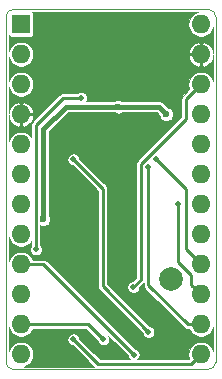
<source format=gbr>
%TF.GenerationSoftware,KiCad,Pcbnew,5.1.5+dfsg1-2~bpo10+1*%
%TF.CreationDate,Date%
%TF.ProjectId,ProMicro_LOG,50726f4d-6963-4726-9f5f-4c4f472e6b69,v1.0*%
%TF.SameCoordinates,Original*%
%TF.FileFunction,Copper,L2,Bot*%
%TF.FilePolarity,Positive*%
%FSLAX45Y45*%
G04 Gerber Fmt 4.5, Leading zero omitted, Abs format (unit mm)*
G04 Created by KiCad*
%MOMM*%
%LPD*%
G04 APERTURE LIST*
%ADD10C,0.100000*%
%ADD11O,1.600000X1.600000*%
%ADD12R,1.600000X1.600000*%
%ADD13C,2.000000*%
%ADD14C,0.500000*%
%ADD15C,0.600000*%
%ADD16C,0.400000*%
%ADD17C,0.250000*%
%ADD18C,0.125000*%
%ADD19C,0.200000*%
%ADD20C,0.300000*%
%ADD21C,0.350000*%
G04 APERTURE END LIST*
D10*
X-1587500Y2921000D02*
G75*
G03X-1651000Y2857500I0J-63500D01*
G01*
X127000Y2857500D02*
G75*
G03X63500Y2921000I-63500J0D01*
G01*
X63500Y-127000D02*
G75*
G03X127000Y-63500I0J63500D01*
G01*
X-1651000Y-63500D02*
G75*
G03X-1587500Y-127000I63500J0D01*
G01*
X-1651000Y2857500D02*
X-1651000Y-63500D01*
X63500Y2921000D02*
X-1587500Y2921000D01*
X127000Y-63500D02*
X127000Y2857500D01*
X-1587500Y-127000D02*
X63500Y-127000D01*
D11*
X0Y2794000D03*
X0Y2540000D03*
X0Y2286000D03*
X-1524000Y0D03*
X0Y2032000D03*
X-1524000Y254000D03*
X0Y1778000D03*
X-1524000Y508000D03*
X0Y1524000D03*
X-1524000Y762000D03*
X0Y1270000D03*
X-1524000Y1016000D03*
X0Y1016000D03*
X-1524000Y1270000D03*
X0Y762000D03*
X-1524000Y1524000D03*
X0Y508000D03*
X-1524000Y1778000D03*
X0Y254000D03*
X-1524000Y2032000D03*
X0Y0D03*
X-1524000Y2286000D03*
X-1524000Y2540000D03*
D12*
X-1524000Y2794000D03*
D13*
X-254000Y635000D03*
D14*
X-520700Y2197100D03*
X-952500Y1397000D03*
X-889000Y1079500D03*
X-762000Y711200D03*
X-355600Y254000D03*
X-1206500Y1841500D03*
X-1079500Y1968500D03*
X-635000Y1079500D03*
X-190500Y63500D03*
X-762000Y1524000D03*
X-1016000Y736600D03*
X-1016000Y1016000D03*
X-533400Y114300D03*
X-1244600Y1219200D03*
X-1244600Y1435100D03*
X-520700Y1968500D03*
X-1079500Y0D03*
X-1079500Y1397000D03*
D15*
X-698500Y2095500D03*
X-1333500Y1143000D03*
X-292100Y2032000D03*
D14*
X-571500Y569999D03*
X-381000Y1651000D03*
X-190500Y1270000D03*
X-444500Y1587500D03*
X-1079500Y127000D03*
X-1079500Y1651000D03*
X-444502Y190502D03*
X-1397000Y889000D03*
X-1016000Y2171700D03*
X-570000Y-1500D03*
X-825500Y127000D03*
D16*
X-740926Y2095500D02*
X-698500Y2095500D01*
X-1333500Y1905000D02*
X-1143000Y2095500D01*
X-1143000Y2095500D02*
X-740926Y2095500D01*
X-1333500Y1143000D02*
X-1333500Y1905000D01*
X-355600Y2095500D02*
X-322100Y2062000D01*
X-698500Y2095500D02*
X-355600Y2095500D01*
X-322100Y2062000D02*
X-292100Y2032000D01*
D17*
X-508000Y633499D02*
X-571500Y569999D01*
X-127000Y1993900D02*
X-508000Y1612900D01*
X-508000Y1612900D02*
X-508000Y633499D01*
X0Y2286000D02*
X-127000Y2159000D01*
X-127000Y2159000D02*
X-127000Y1993900D01*
X0Y762000D02*
X-127000Y889000D01*
X-356000Y1626000D02*
X-381000Y1651000D01*
X-127000Y889000D02*
X-127000Y1397000D01*
X-127000Y1397000D02*
X-356000Y1626000D01*
X-80000Y588000D02*
X-80000Y675500D01*
X-190500Y1234645D02*
X-190500Y1270000D01*
X-190500Y786000D02*
X-190500Y1234645D01*
X0Y508000D02*
X-80000Y588000D01*
X-80000Y675500D02*
X-190500Y786000D01*
X-444500Y585363D02*
X-444500Y1552145D01*
X-113137Y254000D02*
X-444500Y585363D01*
X0Y254000D02*
X-113137Y254000D01*
X-444500Y1552145D02*
X-444500Y1587500D01*
X0Y0D02*
X-80000Y-80000D01*
X-1054500Y102000D02*
X-1079500Y127000D01*
X-80000Y-80000D02*
X-872500Y-80000D01*
X-872500Y-80000D02*
X-1054500Y102000D01*
X-889000Y1460500D02*
X-1079500Y1651000D01*
X-831500Y1403000D02*
X-889000Y1460500D01*
X-831500Y577500D02*
X-831500Y1403000D01*
X-444502Y190502D02*
X-831500Y577500D01*
X-1397000Y889000D02*
X-1397000Y1930400D01*
X-1397000Y1930400D02*
X-1397000Y1943100D01*
X-1397000Y1943100D02*
X-1168400Y2171700D01*
X-1168400Y2171700D02*
X-1016000Y2171700D01*
X-1333500Y762000D02*
X-570000Y-1500D01*
X-1524000Y762000D02*
X-1333500Y762000D01*
X-952500Y254000D02*
X-825500Y127000D01*
X-1524000Y254000D02*
X-952500Y254000D01*
D18*
G36*
X-1626167Y223008D02*
G01*
X-1618157Y203672D01*
X-1606530Y186270D01*
X-1591730Y171470D01*
X-1574328Y159843D01*
X-1554992Y151833D01*
X-1534465Y147750D01*
X-1513535Y147750D01*
X-1493008Y151833D01*
X-1473672Y159843D01*
X-1456270Y171470D01*
X-1441470Y186270D01*
X-1429842Y203672D01*
X-1425047Y215250D01*
X-968551Y215250D01*
X-876750Y123449D01*
X-876750Y121952D01*
X-874780Y112051D01*
X-870917Y102724D01*
X-865308Y94330D01*
X-858170Y87192D01*
X-849776Y81583D01*
X-840449Y77720D01*
X-830548Y75750D01*
X-820452Y75750D01*
X-810551Y77720D01*
X-801224Y81583D01*
X-792830Y87192D01*
X-785691Y94330D01*
X-780083Y102724D01*
X-776219Y112051D01*
X-774250Y121952D01*
X-774250Y132048D01*
X-776219Y141949D01*
X-780083Y151276D01*
X-785129Y158828D01*
X-621250Y-5051D01*
X-621250Y-6548D01*
X-619281Y-16449D01*
X-615417Y-25776D01*
X-609809Y-34170D01*
X-602729Y-41250D01*
X-856449Y-41250D01*
X-1028250Y130551D01*
X-1028250Y132048D01*
X-1030219Y141949D01*
X-1034083Y151276D01*
X-1039691Y159670D01*
X-1046830Y166809D01*
X-1055224Y172417D01*
X-1064551Y176280D01*
X-1074452Y178250D01*
X-1084548Y178250D01*
X-1094449Y176280D01*
X-1103776Y172417D01*
X-1112170Y166809D01*
X-1119309Y159670D01*
X-1124917Y151276D01*
X-1128781Y141949D01*
X-1130750Y132048D01*
X-1130750Y121952D01*
X-1128781Y112051D01*
X-1124917Y102724D01*
X-1119309Y94330D01*
X-1112170Y87192D01*
X-1103776Y81583D01*
X-1094449Y77720D01*
X-1084548Y75750D01*
X-1083051Y75750D01*
X-904051Y-103250D01*
X-1498453Y-103250D01*
X-1493008Y-102167D01*
X-1473672Y-94157D01*
X-1456270Y-82530D01*
X-1441470Y-67730D01*
X-1429842Y-50328D01*
X-1421833Y-30992D01*
X-1417750Y-10465D01*
X-1417750Y10465D01*
X-1421833Y30992D01*
X-1429842Y50328D01*
X-1441470Y67730D01*
X-1456270Y82530D01*
X-1473672Y94157D01*
X-1493008Y102167D01*
X-1513535Y106250D01*
X-1534465Y106250D01*
X-1554992Y102167D01*
X-1574328Y94157D01*
X-1591730Y82530D01*
X-1606530Y67730D01*
X-1618157Y50328D01*
X-1626167Y30992D01*
X-1627250Y25547D01*
X-1627250Y228453D01*
X-1626167Y223008D01*
G37*
X-1626167Y223008D02*
X-1618157Y203672D01*
X-1606530Y186270D01*
X-1591730Y171470D01*
X-1574328Y159843D01*
X-1554992Y151833D01*
X-1534465Y147750D01*
X-1513535Y147750D01*
X-1493008Y151833D01*
X-1473672Y159843D01*
X-1456270Y171470D01*
X-1441470Y186270D01*
X-1429842Y203672D01*
X-1425047Y215250D01*
X-968551Y215250D01*
X-876750Y123449D01*
X-876750Y121952D01*
X-874780Y112051D01*
X-870917Y102724D01*
X-865308Y94330D01*
X-858170Y87192D01*
X-849776Y81583D01*
X-840449Y77720D01*
X-830548Y75750D01*
X-820452Y75750D01*
X-810551Y77720D01*
X-801224Y81583D01*
X-792830Y87192D01*
X-785691Y94330D01*
X-780083Y102724D01*
X-776219Y112051D01*
X-774250Y121952D01*
X-774250Y132048D01*
X-776219Y141949D01*
X-780083Y151276D01*
X-785129Y158828D01*
X-621250Y-5051D01*
X-621250Y-6548D01*
X-619281Y-16449D01*
X-615417Y-25776D01*
X-609809Y-34170D01*
X-602729Y-41250D01*
X-856449Y-41250D01*
X-1028250Y130551D01*
X-1028250Y132048D01*
X-1030219Y141949D01*
X-1034083Y151276D01*
X-1039691Y159670D01*
X-1046830Y166809D01*
X-1055224Y172417D01*
X-1064551Y176280D01*
X-1074452Y178250D01*
X-1084548Y178250D01*
X-1094449Y176280D01*
X-1103776Y172417D01*
X-1112170Y166809D01*
X-1119309Y159670D01*
X-1124917Y151276D01*
X-1128781Y141949D01*
X-1130750Y132048D01*
X-1130750Y121952D01*
X-1128781Y112051D01*
X-1124917Y102724D01*
X-1119309Y94330D01*
X-1112170Y87192D01*
X-1103776Y81583D01*
X-1094449Y77720D01*
X-1084548Y75750D01*
X-1083051Y75750D01*
X-904051Y-103250D01*
X-1498453Y-103250D01*
X-1493008Y-102167D01*
X-1473672Y-94157D01*
X-1456270Y-82530D01*
X-1441470Y-67730D01*
X-1429842Y-50328D01*
X-1421833Y-30992D01*
X-1417750Y-10465D01*
X-1417750Y10465D01*
X-1421833Y30992D01*
X-1429842Y50328D01*
X-1441470Y67730D01*
X-1456270Y82530D01*
X-1473672Y94157D01*
X-1493008Y102167D01*
X-1513535Y106250D01*
X-1534465Y106250D01*
X-1554992Y102167D01*
X-1574328Y94157D01*
X-1591730Y82530D01*
X-1606530Y67730D01*
X-1618157Y50328D01*
X-1626167Y30992D01*
X-1627250Y25547D01*
X-1627250Y228453D01*
X-1626167Y223008D01*
G36*
X-30992Y2896167D02*
G01*
X-50328Y2888157D01*
X-67730Y2876530D01*
X-82530Y2861730D01*
X-94157Y2844328D01*
X-102167Y2824992D01*
X-106250Y2804465D01*
X-106250Y2783535D01*
X-102167Y2763008D01*
X-94157Y2743672D01*
X-82530Y2726270D01*
X-67730Y2711470D01*
X-50328Y2699843D01*
X-30992Y2691833D01*
X-10465Y2687750D01*
X10465Y2687750D01*
X30992Y2691833D01*
X50328Y2699843D01*
X67730Y2711470D01*
X82530Y2726270D01*
X94157Y2743672D01*
X102167Y2763008D01*
X103250Y2768454D01*
X103250Y2548750D01*
X99303Y2548750D01*
X103217Y2565207D01*
X99826Y2576385D01*
X90810Y2595161D01*
X78303Y2611818D01*
X62788Y2625714D01*
X44859Y2636316D01*
X25207Y2643217D01*
X8750Y2639327D01*
X8750Y2548750D01*
X10750Y2548750D01*
X10750Y2531250D01*
X8750Y2531250D01*
X8750Y2440673D01*
X25207Y2436783D01*
X44859Y2443684D01*
X62788Y2454286D01*
X78303Y2468182D01*
X90810Y2484839D01*
X99826Y2503615D01*
X103217Y2514793D01*
X99303Y2531250D01*
X103250Y2531250D01*
X103250Y2311546D01*
X102167Y2316992D01*
X94157Y2336328D01*
X82530Y2353730D01*
X67730Y2368530D01*
X50328Y2380158D01*
X30992Y2388167D01*
X10465Y2392250D01*
X-10465Y2392250D01*
X-30992Y2388167D01*
X-50328Y2380158D01*
X-67730Y2368530D01*
X-82530Y2353730D01*
X-94157Y2336328D01*
X-102167Y2316992D01*
X-106250Y2296465D01*
X-106250Y2275535D01*
X-102167Y2255008D01*
X-97371Y2243430D01*
X-153055Y2187746D01*
X-154533Y2186533D01*
X-159375Y2180632D01*
X-162974Y2173901D01*
X-164517Y2168812D01*
X-165189Y2166596D01*
X-165937Y2159000D01*
X-165750Y2157097D01*
X-165750Y2009951D01*
X-534055Y1641646D01*
X-535533Y1640433D01*
X-540375Y1634532D01*
X-543974Y1627801D01*
X-545286Y1623473D01*
X-546189Y1620496D01*
X-546937Y1612900D01*
X-546750Y1610997D01*
X-546750Y649550D01*
X-575051Y621249D01*
X-576548Y621249D01*
X-586449Y619280D01*
X-595776Y615416D01*
X-604170Y609808D01*
X-611309Y602669D01*
X-616917Y594275D01*
X-620781Y584948D01*
X-622750Y575047D01*
X-622750Y564951D01*
X-620781Y555050D01*
X-616917Y545723D01*
X-611309Y537329D01*
X-604170Y530191D01*
X-595776Y524582D01*
X-586449Y520718D01*
X-576548Y518749D01*
X-566452Y518749D01*
X-556551Y520718D01*
X-547224Y524582D01*
X-538830Y530191D01*
X-531692Y537329D01*
X-526083Y545723D01*
X-522219Y555050D01*
X-520250Y564951D01*
X-520250Y566448D01*
X-483250Y603448D01*
X-483250Y587266D01*
X-483437Y585363D01*
X-482689Y577767D01*
X-482071Y575730D01*
X-480473Y570462D01*
X-476875Y563731D01*
X-472033Y557830D01*
X-470554Y556617D01*
X-141883Y227945D01*
X-140670Y226467D01*
X-134770Y221625D01*
X-128038Y218026D01*
X-123194Y216557D01*
X-120733Y215811D01*
X-119956Y215734D01*
X-115040Y215250D01*
X-115039Y215250D01*
X-113137Y215063D01*
X-111235Y215250D01*
X-98953Y215250D01*
X-94157Y203672D01*
X-82530Y186270D01*
X-67730Y171470D01*
X-50328Y159843D01*
X-30992Y151833D01*
X-10465Y147750D01*
X10465Y147750D01*
X30992Y151833D01*
X50328Y159843D01*
X67730Y171470D01*
X82530Y186270D01*
X94157Y203672D01*
X102167Y223008D01*
X103250Y228453D01*
X103250Y25547D01*
X102167Y30992D01*
X94157Y50328D01*
X82530Y67730D01*
X67730Y82530D01*
X50328Y94157D01*
X30992Y102167D01*
X10465Y106250D01*
X-10465Y106250D01*
X-30992Y102167D01*
X-50328Y94157D01*
X-67730Y82530D01*
X-82530Y67730D01*
X-94157Y50328D01*
X-102167Y30992D01*
X-106250Y10465D01*
X-106250Y-10465D01*
X-102167Y-30992D01*
X-97918Y-41250D01*
X-537271Y-41250D01*
X-530192Y-34170D01*
X-524583Y-25776D01*
X-520719Y-16449D01*
X-518750Y-6548D01*
X-518750Y3548D01*
X-520719Y13449D01*
X-524583Y22776D01*
X-530192Y31170D01*
X-537330Y38309D01*
X-545724Y43917D01*
X-555051Y47780D01*
X-564952Y49750D01*
X-566449Y49750D01*
X-1304754Y788054D01*
X-1305967Y789533D01*
X-1311868Y794375D01*
X-1318599Y797973D01*
X-1325904Y800189D01*
X-1331597Y800750D01*
X-1333500Y800937D01*
X-1335403Y800750D01*
X-1425047Y800750D01*
X-1429842Y812328D01*
X-1441470Y829730D01*
X-1456270Y844530D01*
X-1473672Y856157D01*
X-1493008Y864167D01*
X-1513535Y868250D01*
X-1534465Y868250D01*
X-1554992Y864167D01*
X-1574328Y856157D01*
X-1591730Y844530D01*
X-1606530Y829730D01*
X-1618157Y812328D01*
X-1626167Y792992D01*
X-1627250Y787547D01*
X-1627250Y990453D01*
X-1626167Y985008D01*
X-1618157Y965672D01*
X-1606530Y948270D01*
X-1591730Y933470D01*
X-1574328Y921842D01*
X-1554992Y913833D01*
X-1534465Y909750D01*
X-1513535Y909750D01*
X-1493008Y913833D01*
X-1473672Y921842D01*
X-1456270Y933470D01*
X-1441470Y948270D01*
X-1435750Y956831D01*
X-1435750Y922728D01*
X-1436808Y921670D01*
X-1442417Y913276D01*
X-1446280Y903949D01*
X-1448250Y894048D01*
X-1448250Y883952D01*
X-1446280Y874051D01*
X-1442417Y864724D01*
X-1436808Y856330D01*
X-1429670Y849191D01*
X-1421276Y843583D01*
X-1411949Y839719D01*
X-1402048Y837750D01*
X-1391952Y837750D01*
X-1382051Y839719D01*
X-1372724Y843583D01*
X-1364330Y849191D01*
X-1357192Y856330D01*
X-1351583Y864724D01*
X-1347720Y874051D01*
X-1345750Y883952D01*
X-1345750Y894048D01*
X-1347720Y903949D01*
X-1351583Y913276D01*
X-1357192Y921670D01*
X-1358250Y922728D01*
X-1358250Y1092367D01*
X-1349908Y1088912D01*
X-1339040Y1086750D01*
X-1327960Y1086750D01*
X-1317093Y1088912D01*
X-1306856Y1093152D01*
X-1297643Y1099308D01*
X-1289808Y1107143D01*
X-1283652Y1116356D01*
X-1279412Y1126593D01*
X-1277250Y1137460D01*
X-1277250Y1148540D01*
X-1279412Y1159408D01*
X-1283652Y1169644D01*
X-1287250Y1175029D01*
X-1287250Y1656048D01*
X-1130750Y1656048D01*
X-1130750Y1645952D01*
X-1128781Y1636051D01*
X-1124917Y1626724D01*
X-1119309Y1618330D01*
X-1112170Y1611191D01*
X-1103776Y1605583D01*
X-1094449Y1601719D01*
X-1084548Y1599750D01*
X-1083051Y1599750D01*
X-915055Y1431754D01*
X-915055Y1431754D01*
X-870250Y1386949D01*
X-870250Y579403D01*
X-870437Y577500D01*
X-869744Y570462D01*
X-869689Y569904D01*
X-867473Y562599D01*
X-863875Y555868D01*
X-859033Y549967D01*
X-857554Y548754D01*
X-495752Y186951D01*
X-495752Y185454D01*
X-493782Y175553D01*
X-489919Y166226D01*
X-484310Y157832D01*
X-477172Y150694D01*
X-468778Y145085D01*
X-459451Y141222D01*
X-449550Y139252D01*
X-439454Y139252D01*
X-429553Y141222D01*
X-420226Y145085D01*
X-411832Y150694D01*
X-404693Y157832D01*
X-399085Y166226D01*
X-395221Y175553D01*
X-393252Y185454D01*
X-393252Y195550D01*
X-395221Y205451D01*
X-399085Y214778D01*
X-404693Y223172D01*
X-411832Y230310D01*
X-420226Y235919D01*
X-429553Y239782D01*
X-439454Y241752D01*
X-440951Y241752D01*
X-792750Y593551D01*
X-792750Y1401098D01*
X-792563Y1403000D01*
X-792750Y1404902D01*
X-792750Y1404902D01*
X-793311Y1410596D01*
X-795526Y1417901D01*
X-799125Y1424632D01*
X-803967Y1430533D01*
X-805445Y1431746D01*
X-860254Y1486555D01*
X-860254Y1486555D01*
X-1028250Y1654551D01*
X-1028250Y1656048D01*
X-1030219Y1665949D01*
X-1034083Y1675276D01*
X-1039691Y1683670D01*
X-1046830Y1690808D01*
X-1055224Y1696417D01*
X-1064551Y1700280D01*
X-1074452Y1702250D01*
X-1084548Y1702250D01*
X-1094449Y1700280D01*
X-1103776Y1696417D01*
X-1112170Y1690808D01*
X-1119309Y1683670D01*
X-1124917Y1675276D01*
X-1128781Y1665949D01*
X-1130750Y1656048D01*
X-1287250Y1656048D01*
X-1287250Y1885843D01*
X-1123843Y2049250D01*
X-730529Y2049250D01*
X-725144Y2045652D01*
X-714907Y2041412D01*
X-704040Y2039250D01*
X-692960Y2039250D01*
X-682093Y2041412D01*
X-671856Y2045652D01*
X-666471Y2049250D01*
X-374757Y2049250D01*
X-353198Y2027690D01*
X-353197Y2027690D01*
X-347452Y2021945D01*
X-346188Y2015592D01*
X-341948Y2005356D01*
X-335792Y1996143D01*
X-327957Y1988308D01*
X-318744Y1982152D01*
X-308508Y1977912D01*
X-297640Y1975750D01*
X-286560Y1975750D01*
X-275693Y1977912D01*
X-265456Y1982152D01*
X-256243Y1988308D01*
X-248408Y1996143D01*
X-242252Y2005356D01*
X-238012Y2015592D01*
X-235850Y2026460D01*
X-235850Y2037540D01*
X-238012Y2048407D01*
X-242252Y2058644D01*
X-248408Y2067857D01*
X-256243Y2075692D01*
X-265456Y2081848D01*
X-275693Y2086088D01*
X-282045Y2087352D01*
X-287790Y2093097D01*
X-287790Y2093098D01*
X-321290Y2126597D01*
X-322738Y2128362D01*
X-329781Y2134142D01*
X-337815Y2138436D01*
X-346533Y2141081D01*
X-353329Y2141750D01*
X-355600Y2141974D01*
X-357871Y2141750D01*
X-666471Y2141750D01*
X-671856Y2145348D01*
X-682093Y2149588D01*
X-692960Y2151750D01*
X-704040Y2151750D01*
X-714907Y2149588D01*
X-725144Y2145348D01*
X-730529Y2141750D01*
X-974374Y2141750D01*
X-970583Y2147424D01*
X-966719Y2156751D01*
X-964750Y2166652D01*
X-964750Y2176748D01*
X-966719Y2186649D01*
X-970583Y2195976D01*
X-976191Y2204370D01*
X-983330Y2211509D01*
X-991724Y2217117D01*
X-1001051Y2220981D01*
X-1010952Y2222950D01*
X-1021048Y2222950D01*
X-1030949Y2220981D01*
X-1040276Y2217117D01*
X-1048670Y2211509D01*
X-1049729Y2210450D01*
X-1166498Y2210450D01*
X-1168400Y2210637D01*
X-1170302Y2210450D01*
X-1170303Y2210450D01*
X-1175219Y2209966D01*
X-1175996Y2209889D01*
X-1178212Y2209217D01*
X-1183301Y2207674D01*
X-1190033Y2204075D01*
X-1195933Y2199233D01*
X-1197146Y2197755D01*
X-1423055Y1971846D01*
X-1424533Y1970633D01*
X-1429375Y1964732D01*
X-1432973Y1958001D01*
X-1434784Y1952032D01*
X-1435189Y1950696D01*
X-1435937Y1943100D01*
X-1435750Y1941197D01*
X-1435750Y1928497D01*
X-1435750Y1928496D01*
X-1435750Y1837169D01*
X-1441470Y1845730D01*
X-1456270Y1860530D01*
X-1473672Y1872157D01*
X-1493008Y1880167D01*
X-1513535Y1884250D01*
X-1534465Y1884250D01*
X-1554992Y1880167D01*
X-1574328Y1872157D01*
X-1591730Y1860530D01*
X-1606530Y1845730D01*
X-1618157Y1828328D01*
X-1626167Y1808992D01*
X-1627250Y1803547D01*
X-1627250Y2023250D01*
X-1623303Y2023250D01*
X-1627217Y2006793D01*
X-1623826Y1995615D01*
X-1614810Y1976839D01*
X-1602303Y1960182D01*
X-1586788Y1946286D01*
X-1568859Y1935684D01*
X-1549207Y1928783D01*
X-1532750Y1932673D01*
X-1532750Y2023250D01*
X-1515250Y2023250D01*
X-1515250Y1932673D01*
X-1498793Y1928783D01*
X-1479141Y1935684D01*
X-1461212Y1946286D01*
X-1445697Y1960182D01*
X-1433190Y1976839D01*
X-1424174Y1995615D01*
X-1420783Y2006793D01*
X-1424697Y2023250D01*
X-1515250Y2023250D01*
X-1532750Y2023250D01*
X-1534750Y2023250D01*
X-1534750Y2040750D01*
X-1532750Y2040750D01*
X-1532750Y2131327D01*
X-1515250Y2131327D01*
X-1515250Y2040750D01*
X-1424697Y2040750D01*
X-1420783Y2057207D01*
X-1424174Y2068385D01*
X-1433190Y2087161D01*
X-1445697Y2103818D01*
X-1461212Y2117714D01*
X-1479141Y2128316D01*
X-1498793Y2135217D01*
X-1515250Y2131327D01*
X-1532750Y2131327D01*
X-1549207Y2135217D01*
X-1568859Y2128316D01*
X-1586788Y2117714D01*
X-1602303Y2103818D01*
X-1614810Y2087161D01*
X-1623826Y2068385D01*
X-1627217Y2057207D01*
X-1623303Y2040750D01*
X-1627250Y2040750D01*
X-1627250Y2260453D01*
X-1626167Y2255008D01*
X-1618157Y2235672D01*
X-1606530Y2218270D01*
X-1591730Y2203470D01*
X-1574328Y2191843D01*
X-1554992Y2183833D01*
X-1534465Y2179750D01*
X-1513535Y2179750D01*
X-1493008Y2183833D01*
X-1473672Y2191843D01*
X-1456270Y2203470D01*
X-1441470Y2218270D01*
X-1429842Y2235672D01*
X-1421833Y2255008D01*
X-1417750Y2275535D01*
X-1417750Y2296465D01*
X-1421833Y2316992D01*
X-1429842Y2336328D01*
X-1441470Y2353730D01*
X-1456270Y2368530D01*
X-1473672Y2380158D01*
X-1493008Y2388167D01*
X-1513535Y2392250D01*
X-1534465Y2392250D01*
X-1554992Y2388167D01*
X-1574328Y2380158D01*
X-1591730Y2368530D01*
X-1606530Y2353730D01*
X-1618157Y2336328D01*
X-1626167Y2316992D01*
X-1627250Y2311547D01*
X-1627250Y2514453D01*
X-1626167Y2509008D01*
X-1618157Y2489672D01*
X-1606530Y2472270D01*
X-1591730Y2457470D01*
X-1574328Y2445843D01*
X-1554992Y2437833D01*
X-1534465Y2433750D01*
X-1513535Y2433750D01*
X-1493008Y2437833D01*
X-1473672Y2445843D01*
X-1456270Y2457470D01*
X-1441470Y2472270D01*
X-1429842Y2489672D01*
X-1421833Y2509008D01*
X-1420682Y2514793D01*
X-103217Y2514793D01*
X-99826Y2503615D01*
X-90810Y2484839D01*
X-78303Y2468182D01*
X-62788Y2454286D01*
X-44859Y2443684D01*
X-25207Y2436783D01*
X-8750Y2440673D01*
X-8750Y2531250D01*
X-99303Y2531250D01*
X-103217Y2514793D01*
X-1420682Y2514793D01*
X-1417750Y2529535D01*
X-1417750Y2550465D01*
X-1420682Y2565207D01*
X-103217Y2565207D01*
X-99303Y2548750D01*
X-8750Y2548750D01*
X-8750Y2639327D01*
X-25207Y2643217D01*
X-44859Y2636316D01*
X-62788Y2625714D01*
X-78303Y2611818D01*
X-90810Y2595161D01*
X-99826Y2576385D01*
X-103217Y2565207D01*
X-1420682Y2565207D01*
X-1421833Y2570992D01*
X-1429842Y2590328D01*
X-1441470Y2607730D01*
X-1456270Y2622530D01*
X-1473672Y2634158D01*
X-1493008Y2642167D01*
X-1513535Y2646250D01*
X-1534465Y2646250D01*
X-1554992Y2642167D01*
X-1574328Y2634158D01*
X-1591730Y2622530D01*
X-1606530Y2607730D01*
X-1618157Y2590328D01*
X-1626167Y2570992D01*
X-1627250Y2565547D01*
X-1627250Y2701812D01*
X-1625932Y2699346D01*
X-1622651Y2695349D01*
X-1618654Y2692068D01*
X-1614094Y2689631D01*
X-1609146Y2688130D01*
X-1604000Y2687623D01*
X-1444000Y2687623D01*
X-1438854Y2688130D01*
X-1433906Y2689631D01*
X-1429346Y2692068D01*
X-1425349Y2695349D01*
X-1422068Y2699346D01*
X-1419631Y2703906D01*
X-1418130Y2708854D01*
X-1417623Y2714000D01*
X-1417623Y2874000D01*
X-1418130Y2879146D01*
X-1419631Y2884094D01*
X-1422068Y2888654D01*
X-1425349Y2892651D01*
X-1429346Y2895932D01*
X-1431812Y2897250D01*
X-25547Y2897250D01*
X-30992Y2896167D01*
G37*
X-30992Y2896167D02*
X-50328Y2888157D01*
X-67730Y2876530D01*
X-82530Y2861730D01*
X-94157Y2844328D01*
X-102167Y2824992D01*
X-106250Y2804465D01*
X-106250Y2783535D01*
X-102167Y2763008D01*
X-94157Y2743672D01*
X-82530Y2726270D01*
X-67730Y2711470D01*
X-50328Y2699843D01*
X-30992Y2691833D01*
X-10465Y2687750D01*
X10465Y2687750D01*
X30992Y2691833D01*
X50328Y2699843D01*
X67730Y2711470D01*
X82530Y2726270D01*
X94157Y2743672D01*
X102167Y2763008D01*
X103250Y2768454D01*
X103250Y2548750D01*
X99303Y2548750D01*
X103217Y2565207D01*
X99826Y2576385D01*
X90810Y2595161D01*
X78303Y2611818D01*
X62788Y2625714D01*
X44859Y2636316D01*
X25207Y2643217D01*
X8750Y2639327D01*
X8750Y2548750D01*
X10750Y2548750D01*
X10750Y2531250D01*
X8750Y2531250D01*
X8750Y2440673D01*
X25207Y2436783D01*
X44859Y2443684D01*
X62788Y2454286D01*
X78303Y2468182D01*
X90810Y2484839D01*
X99826Y2503615D01*
X103217Y2514793D01*
X99303Y2531250D01*
X103250Y2531250D01*
X103250Y2311546D01*
X102167Y2316992D01*
X94157Y2336328D01*
X82530Y2353730D01*
X67730Y2368530D01*
X50328Y2380158D01*
X30992Y2388167D01*
X10465Y2392250D01*
X-10465Y2392250D01*
X-30992Y2388167D01*
X-50328Y2380158D01*
X-67730Y2368530D01*
X-82530Y2353730D01*
X-94157Y2336328D01*
X-102167Y2316992D01*
X-106250Y2296465D01*
X-106250Y2275535D01*
X-102167Y2255008D01*
X-97371Y2243430D01*
X-153055Y2187746D01*
X-154533Y2186533D01*
X-159375Y2180632D01*
X-162974Y2173901D01*
X-164517Y2168812D01*
X-165189Y2166596D01*
X-165937Y2159000D01*
X-165750Y2157097D01*
X-165750Y2009951D01*
X-534055Y1641646D01*
X-535533Y1640433D01*
X-540375Y1634532D01*
X-543974Y1627801D01*
X-545286Y1623473D01*
X-546189Y1620496D01*
X-546937Y1612900D01*
X-546750Y1610997D01*
X-546750Y649550D01*
X-575051Y621249D01*
X-576548Y621249D01*
X-586449Y619280D01*
X-595776Y615416D01*
X-604170Y609808D01*
X-611309Y602669D01*
X-616917Y594275D01*
X-620781Y584948D01*
X-622750Y575047D01*
X-622750Y564951D01*
X-620781Y555050D01*
X-616917Y545723D01*
X-611309Y537329D01*
X-604170Y530191D01*
X-595776Y524582D01*
X-586449Y520718D01*
X-576548Y518749D01*
X-566452Y518749D01*
X-556551Y520718D01*
X-547224Y524582D01*
X-538830Y530191D01*
X-531692Y537329D01*
X-526083Y545723D01*
X-522219Y555050D01*
X-520250Y564951D01*
X-520250Y566448D01*
X-483250Y603448D01*
X-483250Y587266D01*
X-483437Y585363D01*
X-482689Y577767D01*
X-482071Y575730D01*
X-480473Y570462D01*
X-476875Y563731D01*
X-472033Y557830D01*
X-470554Y556617D01*
X-141883Y227945D01*
X-140670Y226467D01*
X-134770Y221625D01*
X-128038Y218026D01*
X-123194Y216557D01*
X-120733Y215811D01*
X-119956Y215734D01*
X-115040Y215250D01*
X-115039Y215250D01*
X-113137Y215063D01*
X-111235Y215250D01*
X-98953Y215250D01*
X-94157Y203672D01*
X-82530Y186270D01*
X-67730Y171470D01*
X-50328Y159843D01*
X-30992Y151833D01*
X-10465Y147750D01*
X10465Y147750D01*
X30992Y151833D01*
X50328Y159843D01*
X67730Y171470D01*
X82530Y186270D01*
X94157Y203672D01*
X102167Y223008D01*
X103250Y228453D01*
X103250Y25547D01*
X102167Y30992D01*
X94157Y50328D01*
X82530Y67730D01*
X67730Y82530D01*
X50328Y94157D01*
X30992Y102167D01*
X10465Y106250D01*
X-10465Y106250D01*
X-30992Y102167D01*
X-50328Y94157D01*
X-67730Y82530D01*
X-82530Y67730D01*
X-94157Y50328D01*
X-102167Y30992D01*
X-106250Y10465D01*
X-106250Y-10465D01*
X-102167Y-30992D01*
X-97918Y-41250D01*
X-537271Y-41250D01*
X-530192Y-34170D01*
X-524583Y-25776D01*
X-520719Y-16449D01*
X-518750Y-6548D01*
X-518750Y3548D01*
X-520719Y13449D01*
X-524583Y22776D01*
X-530192Y31170D01*
X-537330Y38309D01*
X-545724Y43917D01*
X-555051Y47780D01*
X-564952Y49750D01*
X-566449Y49750D01*
X-1304754Y788054D01*
X-1305967Y789533D01*
X-1311868Y794375D01*
X-1318599Y797973D01*
X-1325904Y800189D01*
X-1331597Y800750D01*
X-1333500Y800937D01*
X-1335403Y800750D01*
X-1425047Y800750D01*
X-1429842Y812328D01*
X-1441470Y829730D01*
X-1456270Y844530D01*
X-1473672Y856157D01*
X-1493008Y864167D01*
X-1513535Y868250D01*
X-1534465Y868250D01*
X-1554992Y864167D01*
X-1574328Y856157D01*
X-1591730Y844530D01*
X-1606530Y829730D01*
X-1618157Y812328D01*
X-1626167Y792992D01*
X-1627250Y787547D01*
X-1627250Y990453D01*
X-1626167Y985008D01*
X-1618157Y965672D01*
X-1606530Y948270D01*
X-1591730Y933470D01*
X-1574328Y921842D01*
X-1554992Y913833D01*
X-1534465Y909750D01*
X-1513535Y909750D01*
X-1493008Y913833D01*
X-1473672Y921842D01*
X-1456270Y933470D01*
X-1441470Y948270D01*
X-1435750Y956831D01*
X-1435750Y922728D01*
X-1436808Y921670D01*
X-1442417Y913276D01*
X-1446280Y903949D01*
X-1448250Y894048D01*
X-1448250Y883952D01*
X-1446280Y874051D01*
X-1442417Y864724D01*
X-1436808Y856330D01*
X-1429670Y849191D01*
X-1421276Y843583D01*
X-1411949Y839719D01*
X-1402048Y837750D01*
X-1391952Y837750D01*
X-1382051Y839719D01*
X-1372724Y843583D01*
X-1364330Y849191D01*
X-1357192Y856330D01*
X-1351583Y864724D01*
X-1347720Y874051D01*
X-1345750Y883952D01*
X-1345750Y894048D01*
X-1347720Y903949D01*
X-1351583Y913276D01*
X-1357192Y921670D01*
X-1358250Y922728D01*
X-1358250Y1092367D01*
X-1349908Y1088912D01*
X-1339040Y1086750D01*
X-1327960Y1086750D01*
X-1317093Y1088912D01*
X-1306856Y1093152D01*
X-1297643Y1099308D01*
X-1289808Y1107143D01*
X-1283652Y1116356D01*
X-1279412Y1126593D01*
X-1277250Y1137460D01*
X-1277250Y1148540D01*
X-1279412Y1159408D01*
X-1283652Y1169644D01*
X-1287250Y1175029D01*
X-1287250Y1656048D01*
X-1130750Y1656048D01*
X-1130750Y1645952D01*
X-1128781Y1636051D01*
X-1124917Y1626724D01*
X-1119309Y1618330D01*
X-1112170Y1611191D01*
X-1103776Y1605583D01*
X-1094449Y1601719D01*
X-1084548Y1599750D01*
X-1083051Y1599750D01*
X-915055Y1431754D01*
X-915055Y1431754D01*
X-870250Y1386949D01*
X-870250Y579403D01*
X-870437Y577500D01*
X-869744Y570462D01*
X-869689Y569904D01*
X-867473Y562599D01*
X-863875Y555868D01*
X-859033Y549967D01*
X-857554Y548754D01*
X-495752Y186951D01*
X-495752Y185454D01*
X-493782Y175553D01*
X-489919Y166226D01*
X-484310Y157832D01*
X-477172Y150694D01*
X-468778Y145085D01*
X-459451Y141222D01*
X-449550Y139252D01*
X-439454Y139252D01*
X-429553Y141222D01*
X-420226Y145085D01*
X-411832Y150694D01*
X-404693Y157832D01*
X-399085Y166226D01*
X-395221Y175553D01*
X-393252Y185454D01*
X-393252Y195550D01*
X-395221Y205451D01*
X-399085Y214778D01*
X-404693Y223172D01*
X-411832Y230310D01*
X-420226Y235919D01*
X-429553Y239782D01*
X-439454Y241752D01*
X-440951Y241752D01*
X-792750Y593551D01*
X-792750Y1401098D01*
X-792563Y1403000D01*
X-792750Y1404902D01*
X-792750Y1404902D01*
X-793311Y1410596D01*
X-795526Y1417901D01*
X-799125Y1424632D01*
X-803967Y1430533D01*
X-805445Y1431746D01*
X-860254Y1486555D01*
X-860254Y1486555D01*
X-1028250Y1654551D01*
X-1028250Y1656048D01*
X-1030219Y1665949D01*
X-1034083Y1675276D01*
X-1039691Y1683670D01*
X-1046830Y1690808D01*
X-1055224Y1696417D01*
X-1064551Y1700280D01*
X-1074452Y1702250D01*
X-1084548Y1702250D01*
X-1094449Y1700280D01*
X-1103776Y1696417D01*
X-1112170Y1690808D01*
X-1119309Y1683670D01*
X-1124917Y1675276D01*
X-1128781Y1665949D01*
X-1130750Y1656048D01*
X-1287250Y1656048D01*
X-1287250Y1885843D01*
X-1123843Y2049250D01*
X-730529Y2049250D01*
X-725144Y2045652D01*
X-714907Y2041412D01*
X-704040Y2039250D01*
X-692960Y2039250D01*
X-682093Y2041412D01*
X-671856Y2045652D01*
X-666471Y2049250D01*
X-374757Y2049250D01*
X-353198Y2027690D01*
X-353197Y2027690D01*
X-347452Y2021945D01*
X-346188Y2015592D01*
X-341948Y2005356D01*
X-335792Y1996143D01*
X-327957Y1988308D01*
X-318744Y1982152D01*
X-308508Y1977912D01*
X-297640Y1975750D01*
X-286560Y1975750D01*
X-275693Y1977912D01*
X-265456Y1982152D01*
X-256243Y1988308D01*
X-248408Y1996143D01*
X-242252Y2005356D01*
X-238012Y2015592D01*
X-235850Y2026460D01*
X-235850Y2037540D01*
X-238012Y2048407D01*
X-242252Y2058644D01*
X-248408Y2067857D01*
X-256243Y2075692D01*
X-265456Y2081848D01*
X-275693Y2086088D01*
X-282045Y2087352D01*
X-287790Y2093097D01*
X-287790Y2093098D01*
X-321290Y2126597D01*
X-322738Y2128362D01*
X-329781Y2134142D01*
X-337815Y2138436D01*
X-346533Y2141081D01*
X-353329Y2141750D01*
X-355600Y2141974D01*
X-357871Y2141750D01*
X-666471Y2141750D01*
X-671856Y2145348D01*
X-682093Y2149588D01*
X-692960Y2151750D01*
X-704040Y2151750D01*
X-714907Y2149588D01*
X-725144Y2145348D01*
X-730529Y2141750D01*
X-974374Y2141750D01*
X-970583Y2147424D01*
X-966719Y2156751D01*
X-964750Y2166652D01*
X-964750Y2176748D01*
X-966719Y2186649D01*
X-970583Y2195976D01*
X-976191Y2204370D01*
X-983330Y2211509D01*
X-991724Y2217117D01*
X-1001051Y2220981D01*
X-1010952Y2222950D01*
X-1021048Y2222950D01*
X-1030949Y2220981D01*
X-1040276Y2217117D01*
X-1048670Y2211509D01*
X-1049729Y2210450D01*
X-1166498Y2210450D01*
X-1168400Y2210637D01*
X-1170302Y2210450D01*
X-1170303Y2210450D01*
X-1175219Y2209966D01*
X-1175996Y2209889D01*
X-1178212Y2209217D01*
X-1183301Y2207674D01*
X-1190033Y2204075D01*
X-1195933Y2199233D01*
X-1197146Y2197755D01*
X-1423055Y1971846D01*
X-1424533Y1970633D01*
X-1429375Y1964732D01*
X-1432973Y1958001D01*
X-1434784Y1952032D01*
X-1435189Y1950696D01*
X-1435937Y1943100D01*
X-1435750Y1941197D01*
X-1435750Y1928497D01*
X-1435750Y1928496D01*
X-1435750Y1837169D01*
X-1441470Y1845730D01*
X-1456270Y1860530D01*
X-1473672Y1872157D01*
X-1493008Y1880167D01*
X-1513535Y1884250D01*
X-1534465Y1884250D01*
X-1554992Y1880167D01*
X-1574328Y1872157D01*
X-1591730Y1860530D01*
X-1606530Y1845730D01*
X-1618157Y1828328D01*
X-1626167Y1808992D01*
X-1627250Y1803547D01*
X-1627250Y2023250D01*
X-1623303Y2023250D01*
X-1627217Y2006793D01*
X-1623826Y1995615D01*
X-1614810Y1976839D01*
X-1602303Y1960182D01*
X-1586788Y1946286D01*
X-1568859Y1935684D01*
X-1549207Y1928783D01*
X-1532750Y1932673D01*
X-1532750Y2023250D01*
X-1515250Y2023250D01*
X-1515250Y1932673D01*
X-1498793Y1928783D01*
X-1479141Y1935684D01*
X-1461212Y1946286D01*
X-1445697Y1960182D01*
X-1433190Y1976839D01*
X-1424174Y1995615D01*
X-1420783Y2006793D01*
X-1424697Y2023250D01*
X-1515250Y2023250D01*
X-1532750Y2023250D01*
X-1534750Y2023250D01*
X-1534750Y2040750D01*
X-1532750Y2040750D01*
X-1532750Y2131327D01*
X-1515250Y2131327D01*
X-1515250Y2040750D01*
X-1424697Y2040750D01*
X-1420783Y2057207D01*
X-1424174Y2068385D01*
X-1433190Y2087161D01*
X-1445697Y2103818D01*
X-1461212Y2117714D01*
X-1479141Y2128316D01*
X-1498793Y2135217D01*
X-1515250Y2131327D01*
X-1532750Y2131327D01*
X-1549207Y2135217D01*
X-1568859Y2128316D01*
X-1586788Y2117714D01*
X-1602303Y2103818D01*
X-1614810Y2087161D01*
X-1623826Y2068385D01*
X-1627217Y2057207D01*
X-1623303Y2040750D01*
X-1627250Y2040750D01*
X-1627250Y2260453D01*
X-1626167Y2255008D01*
X-1618157Y2235672D01*
X-1606530Y2218270D01*
X-1591730Y2203470D01*
X-1574328Y2191843D01*
X-1554992Y2183833D01*
X-1534465Y2179750D01*
X-1513535Y2179750D01*
X-1493008Y2183833D01*
X-1473672Y2191843D01*
X-1456270Y2203470D01*
X-1441470Y2218270D01*
X-1429842Y2235672D01*
X-1421833Y2255008D01*
X-1417750Y2275535D01*
X-1417750Y2296465D01*
X-1421833Y2316992D01*
X-1429842Y2336328D01*
X-1441470Y2353730D01*
X-1456270Y2368530D01*
X-1473672Y2380158D01*
X-1493008Y2388167D01*
X-1513535Y2392250D01*
X-1534465Y2392250D01*
X-1554992Y2388167D01*
X-1574328Y2380158D01*
X-1591730Y2368530D01*
X-1606530Y2353730D01*
X-1618157Y2336328D01*
X-1626167Y2316992D01*
X-1627250Y2311547D01*
X-1627250Y2514453D01*
X-1626167Y2509008D01*
X-1618157Y2489672D01*
X-1606530Y2472270D01*
X-1591730Y2457470D01*
X-1574328Y2445843D01*
X-1554992Y2437833D01*
X-1534465Y2433750D01*
X-1513535Y2433750D01*
X-1493008Y2437833D01*
X-1473672Y2445843D01*
X-1456270Y2457470D01*
X-1441470Y2472270D01*
X-1429842Y2489672D01*
X-1421833Y2509008D01*
X-1420682Y2514793D01*
X-103217Y2514793D01*
X-99826Y2503615D01*
X-90810Y2484839D01*
X-78303Y2468182D01*
X-62788Y2454286D01*
X-44859Y2443684D01*
X-25207Y2436783D01*
X-8750Y2440673D01*
X-8750Y2531250D01*
X-99303Y2531250D01*
X-103217Y2514793D01*
X-1420682Y2514793D01*
X-1417750Y2529535D01*
X-1417750Y2550465D01*
X-1420682Y2565207D01*
X-103217Y2565207D01*
X-99303Y2548750D01*
X-8750Y2548750D01*
X-8750Y2639327D01*
X-25207Y2643217D01*
X-44859Y2636316D01*
X-62788Y2625714D01*
X-78303Y2611818D01*
X-90810Y2595161D01*
X-99826Y2576385D01*
X-103217Y2565207D01*
X-1420682Y2565207D01*
X-1421833Y2570992D01*
X-1429842Y2590328D01*
X-1441470Y2607730D01*
X-1456270Y2622530D01*
X-1473672Y2634158D01*
X-1493008Y2642167D01*
X-1513535Y2646250D01*
X-1534465Y2646250D01*
X-1554992Y2642167D01*
X-1574328Y2634158D01*
X-1591730Y2622530D01*
X-1606530Y2607730D01*
X-1618157Y2590328D01*
X-1626167Y2570992D01*
X-1627250Y2565547D01*
X-1627250Y2701812D01*
X-1625932Y2699346D01*
X-1622651Y2695349D01*
X-1618654Y2692068D01*
X-1614094Y2689631D01*
X-1609146Y2688130D01*
X-1604000Y2687623D01*
X-1444000Y2687623D01*
X-1438854Y2688130D01*
X-1433906Y2689631D01*
X-1429346Y2692068D01*
X-1425349Y2695349D01*
X-1422068Y2699346D01*
X-1419631Y2703906D01*
X-1418130Y2708854D01*
X-1417623Y2714000D01*
X-1417623Y2874000D01*
X-1418130Y2879146D01*
X-1419631Y2884094D01*
X-1422068Y2888654D01*
X-1425349Y2892651D01*
X-1429346Y2895932D01*
X-1431812Y2897250D01*
X-25547Y2897250D01*
X-30992Y2896167D01*
D19*
X-520700Y2197100D03*
X-952500Y1397000D03*
X-889000Y1079500D03*
X-762000Y711200D03*
X-355600Y254000D03*
X-1206500Y1841500D03*
X-1079500Y1968500D03*
X-635000Y1079500D03*
X-190500Y63500D03*
X-762000Y1524000D03*
X-1016000Y736600D03*
X-1016000Y1016000D03*
X-533400Y114300D03*
X-1244600Y1219200D03*
X-1244600Y1435100D03*
X-520700Y1968500D03*
X-1079500Y0D03*
X-1079500Y1397000D03*
D20*
X-698500Y2095500D03*
X-1333500Y1143000D03*
X-292100Y2032000D03*
D19*
X-571500Y569999D03*
X-381000Y1651000D03*
X-190500Y1270000D03*
X-444500Y1587500D03*
X-1079500Y127000D03*
X-1079500Y1651000D03*
X-444502Y190502D03*
X-1397000Y889000D03*
X-1016000Y2171700D03*
X-570000Y-1500D03*
X-825500Y127000D03*
D21*
X0Y2794000D03*
X0Y2540000D03*
X0Y2286000D03*
X-1524000Y0D03*
X0Y2032000D03*
X-1524000Y254000D03*
X0Y1778000D03*
X-1524000Y508000D03*
X0Y1524000D03*
X-1524000Y762000D03*
X0Y1270000D03*
X-1524000Y1016000D03*
X0Y1016000D03*
X-1524000Y1270000D03*
X0Y762000D03*
X-1524000Y1524000D03*
X0Y508000D03*
X-1524000Y1778000D03*
X0Y254000D03*
X-1524000Y2032000D03*
X0Y0D03*
X-1524000Y2286000D03*
X-1524000Y2540000D03*
X-1524000Y2794000D03*
X-254000Y635000D03*
M02*

</source>
